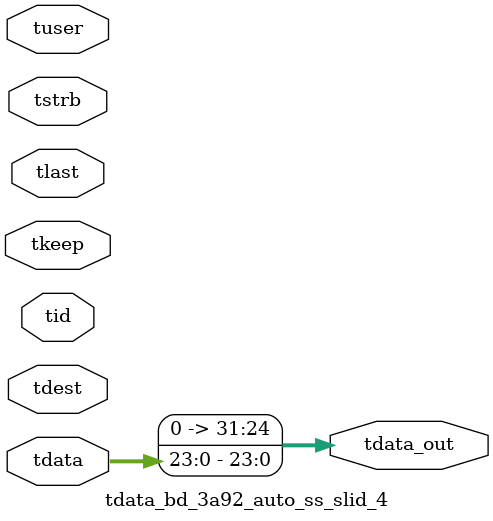
<source format=v>


`timescale 1ps/1ps

module tdata_bd_3a92_auto_ss_slid_4 #
(
parameter C_S_AXIS_TDATA_WIDTH = 32,
parameter C_S_AXIS_TUSER_WIDTH = 0,
parameter C_S_AXIS_TID_WIDTH   = 0,
parameter C_S_AXIS_TDEST_WIDTH = 0,
parameter C_M_AXIS_TDATA_WIDTH = 32
)
(
input  [(C_S_AXIS_TDATA_WIDTH == 0 ? 1 : C_S_AXIS_TDATA_WIDTH)-1:0     ] tdata,
input  [(C_S_AXIS_TUSER_WIDTH == 0 ? 1 : C_S_AXIS_TUSER_WIDTH)-1:0     ] tuser,
input  [(C_S_AXIS_TID_WIDTH   == 0 ? 1 : C_S_AXIS_TID_WIDTH)-1:0       ] tid,
input  [(C_S_AXIS_TDEST_WIDTH == 0 ? 1 : C_S_AXIS_TDEST_WIDTH)-1:0     ] tdest,
input  [(C_S_AXIS_TDATA_WIDTH/8)-1:0 ] tkeep,
input  [(C_S_AXIS_TDATA_WIDTH/8)-1:0 ] tstrb,
input                                                                    tlast,
output [C_M_AXIS_TDATA_WIDTH-1:0] tdata_out
);

assign tdata_out = {tdata[23:0]};

endmodule


</source>
